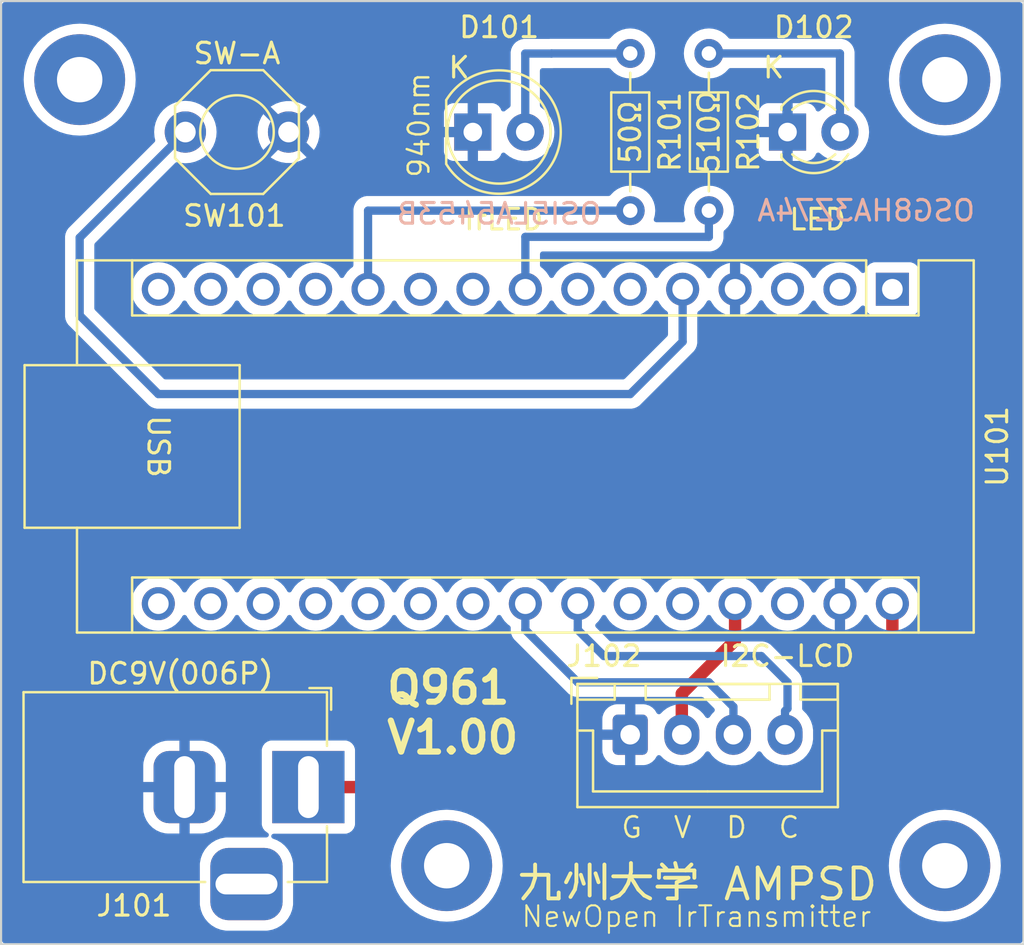
<source format=kicad_pcb>
(kicad_pcb (version 20241229) (generator "pcbnew") (generator_version "9.0")
  (layers (0 "F.Cu" signal) (2 "B.Cu" signal) (13 "F.Paste" user) (15 "B.Paste" user) (5 "F.SilkS" user "F.Silkscreen") (7 "B.SilkS" user "B.Silkscreen") (1 "F.Mask" user) (3 "B.Mask" user) (25 "Edge.Cuts" user))
  (net 0 "")
  (net 1 "Net-(D101-A)")
  (net 2 "GND")
  (net 3 "Net-(D102-A)")
  (net 4 "VCC")
  (net 5 "+5V")
  (net 6 "Net-(U101-D8)")
  (net 7 "Net-(U101-~D5)")
  (net 8 "Net-(U101-D2)")
  (net 30 "Net-(J102-Pin_4)")
  (net 31 "Net-(J102-Pin_3)")
  (footprint "MountingHole:MountingHole_2.2mm_M2_Pad" (layer "F.Cu") (at 149.86 130.81)
    (property "Reference" "REF**" (hide yes))
    (property "Value" "MountingHole_2.2mm_M2_Pad" (hide yes))
    (pad "1" thru_hole circle (at 0 0) (size 4.4 4.4) (drill 2.2) (layers "*.Cu" "*.Mask"))
  )
  (footprint "MountingHole:MountingHole_2.2mm_M2_Pad" (layer "F.Cu") (at 149.86 92.71)
    (property "Reference" "REF**" (hide yes))
    (property "Value" "MountingHole_2.2mm_M2_Pad" (hide yes))
    (pad "1" thru_hole circle (at 0 0) (size 4.4 4.4) (drill 2.2) (layers "*.Cu" "*.Mask"))
  )
  (footprint "Connector_JST:JST_XH_B4B-XH-A_1x04_P2.50mm_Vertical" (layer "F.Cu") (at 134.62 124.46)
    (property "Reference" "J102" (at -1.27 -3.81 0) (layer "F.SilkS"))
    (property "Value" "I2C-LCD" (at 7.62 -3.81 0) (layer "F.SilkS"))
    (fp_line (start -2.85 -2.75) (end -2.85 -1.5) (stroke (width 0.12)) (layer "F.SilkS"))
    (fp_line (start -2.56 -2.46) (end -2.56 3.51) (stroke (width 0.12)) (layer "F.SilkS"))
    (fp_line (start -2.56 3.51) (end 10.06 3.51) (stroke (width 0.12)) (layer "F.SilkS"))
    (fp_line (start -2.55 -2.45) (end -2.55 -1.7) (stroke (width 0.12)) (layer "F.SilkS"))
    (fp_line (start -2.55 -1.7) (end -0.75 -1.7) (stroke (width 0.12)) (layer "F.SilkS"))
    (fp_line (start -2.55 -0.2) (end -1.8 -0.2) (stroke (width 0.12)) (layer "F.SilkS"))
    (fp_line (start -1.8 -0.2) (end -1.8 2.75) (stroke (width 0.12)) (layer "F.SilkS"))
    (fp_line (start -1.8 2.75) (end 3.75 2.75) (stroke (width 0.12)) (layer "F.SilkS"))
    (fp_line (start -1.6 -2.75) (end -2.85 -2.75) (stroke (width 0.12)) (layer "F.SilkS"))
    (fp_line (start -0.75 -2.45) (end -2.55 -2.45) (stroke (width 0.12)) (layer "F.SilkS"))
    (fp_line (start -0.75 -1.7) (end -0.75 -2.45) (stroke (width 0.12)) (layer "F.SilkS"))
    (fp_line (start 0.75 -2.45) (end 0.75 -1.7) (stroke (width 0.12)) (layer "F.SilkS"))
    (fp_line (start 0.75 -1.7) (end 6.75 -1.7) (stroke (width 0.12)) (layer "F.SilkS"))
    (fp_line (start 6.75 -2.45) (end 0.75 -2.45) (stroke (width 0.12)) (layer "F.SilkS"))
    (fp_line (start 6.75 -1.7) (end 6.75 -2.45) (stroke (width 0.12)) (layer "F.SilkS"))
    (fp_line (start 8.25 -2.45) (end 8.25 -1.7) (stroke (width 0.12)) (layer "F.SilkS"))
    (fp_line (start 8.25 -1.7) (end 10.05 -1.7) (stroke (width 0.12)) (layer "F.SilkS"))
    (fp_line (start 9.3 -0.2) (end 9.3 2.75) (stroke (width 0.12)) (layer "F.SilkS"))
    (fp_line (start 9.3 2.75) (end 3.75 2.75) (stroke (width 0.12)) (layer "F.SilkS"))
    (fp_line (start 10.05 -2.45) (end 8.25 -2.45) (stroke (width 0.12)) (layer "F.SilkS"))
    (fp_line (start 10.05 -1.7) (end 10.05 -2.45) (stroke (width 0.12)) (layer "F.SilkS"))
    (fp_line (start 10.05 -0.2) (end 9.3 -0.2) (stroke (width 0.12)) (layer "F.SilkS"))
    (fp_line (start 10.06 -2.46) (end -2.56 -2.46) (stroke (width 0.12)) (layer "F.SilkS"))
    (fp_line (start 10.06 3.51) (end 10.06 -2.46) (stroke (width 0.12)) (layer "F.SilkS"))
    (pad "1" thru_hole roundrect (at 0 0) (size 1.7 1.95) (drill 0.95) (layers "*.Cu" "*.Mask") (roundrect_rratio 0.147059) (net 2 "GND"))
    (pad "2" thru_hole oval (at 2.5 0) (size 1.7 1.95) (drill 0.95) (layers "*.Cu" "*.Mask") (net 5 "+5V"))
    (pad "3" thru_hole oval (at 5 0) (size 1.7 1.95) (drill 0.95) (layers "*.Cu" "*.Mask") (net 31 "Net-(J102-Pin_3)"))
    (pad "4" thru_hole oval (at 7.5 0) (size 1.7 1.95) (drill 0.95) (layers "*.Cu" "*.Mask") (net 30 "Net-(J102-Pin_4)"))
  )
  (footprint "Resistor_THT:R_Axial_DIN0204_L3.6mm_D1.6mm_P7.62mm_Horizontal" (layer "F.Cu") (at 134.62 91.44 -90)
    (property "Reference" "R101" (at 3.81 -1.92 90) (layer "F.SilkS"))
    (property "Value" "50Ω" (at 3.81 0 90) (layer "F.SilkS"))
    (fp_line (start 1.89 0.92) (end 5.73 0.92) (stroke (width 0.12)) (layer "F.SilkS"))
    (fp_line (start 5.73 0.92) (end 5.73 -0.92) (stroke (width 0.12)) (layer "F.SilkS"))
    (fp_line (start 0.94 0) (end 1.89 0) (stroke (width 0.12)) (layer "F.SilkS"))
    (fp_line (start 6.68 0) (end 5.73 0) (stroke (width 0.12)) (layer "F.SilkS"))
    (fp_line (start 1.89 -0.92) (end 1.89 0.92) (stroke (width 0.12)) (layer "F.SilkS"))
    (fp_line (start 5.73 -0.92) (end 1.89 -0.92) (stroke (width 0.12)) (layer "F.SilkS"))
    (pad "1" thru_hole circle (at 0 0 270) (size 1.4 1.4) (drill 0.7) (layers "*.Cu" "*.Mask") (net 1 "Net-(D101-A)"))
    (pad "2" thru_hole oval (at 7.62 0 270) (size 1.4 1.4) (drill 0.7) (layers "*.Cu" "*.Mask") (net 6 "Net-(U101-D8)"))
  )
  (footprint "MountingHole:MountingHole_2.2mm_M2_Pad" (layer "F.Cu") (at 125.73 130.81)
    (property "Reference" "REF**" (hide yes))
    (property "Value" "MountingHole_2.2mm_M2_Pad" (hide yes))
    (pad "1" thru_hole circle (at 0 0) (size 4.4 4.4) (drill 2.2) (layers "*.Cu" "*.Mask"))
  )
  (footprint "Resistor_THT:R_Axial_DIN0204_L3.6mm_D1.6mm_P7.62mm_Horizontal" (layer "F.Cu") (at 138.43 91.44 -90)
    (property "Reference" "R102" (at 3.81 -1.92 90) (layer "F.SilkS"))
    (property "Value" "510Ω" (at 3.81 0 90) (layer "F.SilkS"))
    (fp_line (start 1.89 0.92) (end 5.73 0.92) (stroke (width 0.12)) (layer "F.SilkS"))
    (fp_line (start 5.73 0.92) (end 5.73 -0.92) (stroke (width 0.12)) (layer "F.SilkS"))
    (fp_line (start 0.94 0) (end 1.89 0) (stroke (width 0.12)) (layer "F.SilkS"))
    (fp_line (start 6.68 0) (end 5.73 0) (stroke (width 0.12)) (layer "F.SilkS"))
    (fp_line (start 1.89 -0.92) (end 1.89 0.92) (stroke (width 0.12)) (layer "F.SilkS"))
    (fp_line (start 5.73 -0.92) (end 1.89 -0.92) (stroke (width 0.12)) (layer "F.SilkS"))
    (pad "1" thru_hole circle (at 0 0 270) (size 1.4 1.4) (drill 0.7) (layers "*.Cu" "*.Mask") (net 3 "Net-(D102-A)"))
    (pad "2" thru_hole oval (at 7.62 0 270) (size 1.4 1.4) (drill 0.7) (layers "*.Cu" "*.Mask") (net 7 "Net-(U101-~D5)"))
  )
  (footprint "Module:Arduino_Nano" (layer "F.Cu") (at 147.32 102.87 -90)
    (property "Reference" "U101" (at 7.62 -5.08 90) (layer "F.SilkS"))
    (property "Value" "Arduino_Nano")
    (fp_line (start 3.68 42.04) (end 3.68 31.62) (stroke (width 0.12)) (layer "F.SilkS"))
    (fp_line (start 11.56 42.04) (end 3.68 42.04) (stroke (width 0.12)) (layer "F.SilkS"))
    (fp_line (start -1.4 39.5) (end 3.68 39.5) (stroke (width 0.12)) (layer "F.SilkS"))
    (fp_line (start 16.64 39.5) (end 11.56 39.5) (stroke (width 0.12)) (layer "F.SilkS"))
    (fp_line (start 16.64 39.5) (end 16.64 -3.94) (stroke (width 0.12)) (layer "F.SilkS"))
    (fp_line (start 1.27 36.83) (end -1.4 36.83) (stroke (width 0.12)) (layer "F.SilkS"))
    (fp_line (start 13.97 36.83) (end 16.64 36.83) (stroke (width 0.12)) (layer "F.SilkS"))
    (fp_line (start 3.68 31.62) (end 11.56 31.62) (stroke (width 0.12)) (layer "F.SilkS"))
    (fp_line (start 11.56 31.62) (end 11.56 42.04) (stroke (width 0.12)) (layer "F.SilkS"))
    (fp_line (start -1.4 1.27) (end -1.4 39.5) (stroke (width 0.12)) (layer "F.SilkS"))
    (fp_line (start 1.27 1.27) (end 1.27 36.83) (stroke (width 0.12)) (layer "F.SilkS"))
    (fp_line (start 1.27 1.27) (end -1.4 1.27) (stroke (width 0.12)) (layer "F.SilkS"))
    (fp_line (start 1.27 1.27) (end 1.27 -1.27) (stroke (width 0.12)) (layer "F.SilkS"))
    (fp_line (start 1.27 -1.27) (end -1.4 -1.27) (stroke (width 0.12)) (layer "F.SilkS"))
    (fp_line (start 13.97 -1.27) (end 13.97 36.83) (stroke (width 0.12)) (layer "F.SilkS"))
    (fp_line (start 13.97 -1.27) (end 16.64 -1.27) (stroke (width 0.12)) (layer "F.SilkS"))
    (fp_line (start -1.4 -3.94) (end -1.4 -1.27) (stroke (width 0.12)) (layer "F.SilkS"))
    (fp_line (start 16.64 -3.94) (end -1.4 -3.94) (stroke (width 0.12)) (layer "F.SilkS"))
    (fp_text user "USB" (at 7.62 35.56 270) (layer "F.SilkS"))
    (pad "1" thru_hole rect (at 0 0 270) (size 1.6 1.6) (drill 1) (layers "*.Cu" "*.Mask"))
    (pad "2" thru_hole oval (at 0 2.54 270) (size 1.6 1.6) (drill 1) (layers "*.Cu" "*.Mask"))
    (pad "3" thru_hole oval (at 0 5.08 270) (size 1.6 1.6) (drill 1) (layers "*.Cu" "*.Mask"))
    (pad "4" thru_hole oval (at 0 7.62 270) (size 1.6 1.6) (drill 1) (layers "*.Cu" "*.Mask") (net 2 "GND"))
    (pad "5" thru_hole oval (at 0 10.16 270) (size 1.6 1.6) (drill 1) (layers "*.Cu" "*.Mask") (net 8 "Net-(U101-D2)"))
    (pad "6" thru_hole oval (at 0 12.7 270) (size 1.6 1.6) (drill 1) (layers "*.Cu" "*.Mask"))
    (pad "7" thru_hole oval (at 0 15.24 270) (size 1.6 1.6) (drill 1) (layers "*.Cu" "*.Mask"))
    (pad "8" thru_hole oval (at 0 17.78 270) (size 1.6 1.6) (drill 1) (layers "*.Cu" "*.Mask") (net 7 "Net-(U101-~D5)"))
    (pad "9" thru_hole oval (at 0 20.32 270) (size 1.6 1.6) (drill 1) (layers "*.Cu" "*.Mask"))
    (pad "10" thru_hole oval (at 0 22.86 270) (size 1.6 1.6) (drill 1) (layers "*.Cu" "*.Mask"))
    (pad "11" thru_hole oval (at 0 25.4 270) (size 1.6 1.6) (drill 1) (layers "*.Cu" "*.Mask") (net 6 "Net-(U101-D8)"))
    (pad "12" thru_hole oval (at 0 27.94 270) (size 1.6 1.6) (drill 1) (layers "*.Cu" "*.Mask"))
    (pad "13" thru_hole oval (at 0 30.48 270) (size 1.6 1.6) (drill 1) (layers "*.Cu" "*.Mask"))
    (pad "14" thru_hole oval (at 0 33.02 270) (size 1.6 1.6) (drill 1) (layers "*.Cu" "*.Mask"))
    (pad "15" thru_hole oval (at 0 35.56 270) (size 1.6 1.6) (drill 1) (layers "*.Cu" "*.Mask"))
    (pad "16" thru_hole oval (at 15.24 35.56 270) (size 1.6 1.6) (drill 1) (layers "*.Cu" "*.Mask"))
    (pad "17" thru_hole oval (at 15.24 33.02 270) (size 1.6 1.6) (drill 1) (layers "*.Cu" "*.Mask"))
    (pad "18" thru_hole oval (at 15.24 30.48 270) (size 1.6 1.6) (drill 1) (layers "*.Cu" "*.Mask"))
    (pad "19" thru_hole oval (at 15.24 27.94 270) (size 1.6 1.6) (drill 1) (layers "*.Cu" "*.Mask"))
    (pad "20" thru_hole oval (at 15.24 25.4 270) (size 1.6 1.6) (drill 1) (layers "*.Cu" "*.Mask"))
    (pad "21" thru_hole oval (at 15.24 22.86 270) (size 1.6 1.6) (drill 1) (layers "*.Cu" "*.Mask"))
    (pad "22" thru_hole oval (at 15.24 20.32 270) (size 1.6 1.6) (drill 1) (layers "*.Cu" "*.Mask"))
    (pad "23" thru_hole oval (at 15.24 17.78 270) (size 1.6 1.6) (drill 1) (layers "*.Cu" "*.Mask") (net 31 "Net-(J102-Pin_3)"))
    (pad "24" thru_hole oval (at 15.24 15.24 270) (size 1.6 1.6) (drill 1) (layers "*.Cu" "*.Mask") (net 30 "Net-(J102-Pin_4)"))
    (pad "25" thru_hole oval (at 15.24 12.7 270) (size 1.6 1.6) (drill 1) (layers "*.Cu" "*.Mask"))
    (pad "26" thru_hole oval (at 15.24 10.16 270) (size 1.6 1.6) (drill 1) (layers "*.Cu" "*.Mask"))
    (pad "27" thru_hole oval (at 15.24 7.62 270) (size 1.6 1.6) (drill 1) (layers "*.Cu" "*.Mask") (net 5 "+5V"))
    (pad "28" thru_hole oval (at 15.24 5.08 270) (size 1.6 1.6) (drill 1) (layers "*.Cu" "*.Mask"))
    (pad "29" thru_hole oval (at 15.24 2.54 270) (size 1.6 1.6) (drill 1) (layers "*.Cu" "*.Mask") (net 2 "GND"))
    (pad "30" thru_hole oval (at 15.24 0 270) (size 1.6 1.6) (drill 1) (layers "*.Cu" "*.Mask") (net 4 "VCC"))
  )
  (footprint "MountingHole:MountingHole_2.2mm_M2_Pad" (layer "F.Cu") (at 107.95 92.71)
    (property "Reference" "REF**" (hide yes))
    (property "Value" "MountingHole_2.2mm_M2_Pad" (hide yes))
    (pad "1" thru_hole circle (at 0 0) (size 4.4 4.4) (drill 2.2) (layers "*.Cu" "*.Mask"))
  )
  (footprint "LED_THT:LED_D5.0mm" (layer "F.Cu") (at 126.995 95.25)
    (property "Reference" "D101" (at 1.275 -5.08 0) (layer "F.SilkS"))
    (property "Value" "OSI5LA5453B" (at 1.27 3.96 0) (layer "B.SilkS") (effects (justify mirror)))
    (fp_line (start -1.29 -1.545) (end -1.29 1.545) (stroke (width 0.12)) (layer "F.SilkS"))
    (fp_arc (start -1.29 -1.54483) (mid 2.072002 -2.880433) (end 4.26 0.000462) (stroke (width 0.12)) (layer "F.SilkS"))
    (fp_arc (start 4.26 -0.000462) (mid 2.072002 2.880433) (end -1.29 1.54483) (stroke (width 0.12)) (layer "F.SilkS"))
    (fp_circle (center 1.27 0) (end 3.77 0) (stroke (width 0.12)) (fill no) (layer "F.SilkS"))
    (pad "1" thru_hole rect (at 0 0) (size 1.8 1.8) (drill 0.9) (layers "*.Cu" "*.Mask") (net 2 "GND"))
    (pad "2" thru_hole circle (at 2.54 0) (size 1.8 1.8) (drill 0.9) (layers "*.Cu" "*.Mask") (net 1 "Net-(D101-A)"))
  )
  (footprint "HOLLY2:TVDT18-050" (layer "F.Cu") (at 115.57 95.25 180)
    (property "Reference" "SW101" (at 0.127 -4.064 0) (layer "F.SilkS"))
    (property "Value" "SW-A" (at 0 3.81 0) (layer "F.SilkS"))
    (fp_line (start 3 1.27) (end 3 -1.27) (stroke (width 0.12)) (layer "F.SilkS"))
    (fp_line (start 3 -1.27) (end 1.27 -3) (stroke (width 0.12)) (layer "F.SilkS"))
    (fp_line (start 1.27 3) (end 3 1.27) (stroke (width 0.12)) (layer "F.SilkS"))
    (fp_line (start 1.27 -3) (end -1.27 -3) (stroke (width 0.12)) (layer "F.SilkS"))
    (fp_line (start -1.27 3) (end 1.27 3) (stroke (width 0.12)) (layer "F.SilkS"))
    (fp_line (start -1.27 -3) (end -3 -1.27) (stroke (width 0.12)) (layer "F.SilkS"))
    (fp_line (start -3 1.27) (end -1.27 3) (stroke (width 0.12)) (layer "F.SilkS"))
    (fp_line (start -3 -1.27) (end -3 1.27) (stroke (width 0.12)) (layer "F.SilkS"))
    (fp_circle (center 0 0) (end 0.127 1.778) (stroke (width 0.12)) (fill no) (layer "F.SilkS"))
    (pad "1" thru_hole circle (at -2.5 0 180) (size 2 2) (drill 1) (layers "*.Cu" "*.Mask") (net 2 "GND"))
    (pad "2" thru_hole circle (at 2.5 0 180) (size 2 2) (drill 1) (layers "*.Cu" "*.Mask") (net 8 "Net-(U101-D2)"))
  )
  (footprint "Connector_BarrelJack:BarrelJack_Horizontal" (layer "F.Cu") (at 119.03 127)
    (property "Reference" "J101" (at -8.45 5.75 0) (layer "F.SilkS"))
    (property "Value" "DC9V(006P)" (at -6.2 -5.5 0) (layer "F.SilkS"))
    (fp_line (start -13.8 -4.6) (end 0.9 -4.6) (stroke (width 0.12)) (layer "F.SilkS"))
    (fp_line (start -13.8 4.6) (end -13.8 -4.6) (stroke (width 0.12)) (layer "F.SilkS"))
    (fp_line (start -5 4.6) (end -13.8 4.6) (stroke (width 0.12)) (layer "F.SilkS"))
    (fp_line (start 0.05 -4.8) (end 1.1 -4.8) (stroke (width 0.12)) (layer "F.SilkS"))
    (fp_line (start 0.9 -4.6) (end 0.9 -2) (stroke (width 0.12)) (layer "F.SilkS"))
    (fp_line (start 0.9 1.9) (end 0.9 4.6) (stroke (width 0.12)) (layer "F.SilkS"))
    (fp_line (start 0.9 4.6) (end -1 4.6) (stroke (width 0.12)) (layer "F.SilkS"))
    (fp_line (start 1.1 -3.75) (end 1.1 -4.8) (stroke (width 0.12)) (layer "F.SilkS"))
    (pad "1" thru_hole rect (at 0 0) (size 3.5 3.5) (drill oval 1 3) (layers "*.Cu" "*.Mask") (net 4 "VCC"))
    (pad "2" thru_hole roundrect (at -6 0) (size 3 3.5) (drill oval 1 3) (layers "*.Cu" "*.Mask") (net 2 "GND"))
    (pad "3" thru_hole roundrect (at -3 4.7) (size 3.5 3.5) (drill oval 3 1) (layers "*.Cu" "*.Mask"))
  )
  (footprint "LED_THT:LED_D3.0mm" (layer "F.Cu") (at 142.24 95.25)
    (property "Reference" "D102" (at 1.27 -5.08 0) (layer "F.SilkS"))
    (property "Value" "OSG8HA3Z74A" (at 3.81 3.81 0) (layer "B.SilkS") (effects (justify mirror)))
    (fp_line (start -0.29 -1.236) (end -0.29 -1.08) (stroke (width 0.12)) (layer "F.SilkS"))
    (fp_line (start -0.29 1.08) (end -0.29 1.236) (stroke (width 0.12)) (layer "F.SilkS"))
    (fp_arc (start -0.29 -1.235516) (mid 1.366487 -1.987659) (end 2.942335 -1.078608) (stroke (width 0.12)) (layer "F.SilkS"))
    (fp_arc (start 0.229039 -1.08) (mid 1.270117 -1.5) (end 2.31113 -1.079837) (stroke (width 0.12)) (layer "F.SilkS"))
    (fp_arc (start 2.31113 1.079837) (mid 1.270117 1.5) (end 0.229039 1.08) (stroke (width 0.12)) (layer "F.SilkS"))
    (fp_arc (start 2.942335 1.078608) (mid 1.366487 1.987659) (end -0.29 1.235516) (stroke (width 0.12)) (layer "F.SilkS"))
    (pad "1" thru_hole rect (at 0 0) (size 1.8 1.8) (drill 0.9) (layers "*.Cu" "*.Mask") (net 2 "GND"))
    (pad "2" thru_hole circle (at 2.54 0) (size 1.8 1.8) (drill 0.9) (layers "*.Cu" "*.Mask") (net 3 "Net-(D102-A)"))
  )
  (gr_rect (start 104.14 88.9) (end 153.67 134.62) (stroke (width 0.1)) (fill no) (layer "Edge.Cuts"))
  (gr_text "IrLED" (at 126.492 100.076 0) (layer "F.SilkS") (effects (font (size 1 1)) (justify left bottom)))
  (gr_text "C" (at 141.732 129.54 0) (layer "F.SilkS") (effects (font (size 1 1) (thickness 0.12)) (justify left bottom)))
  (gr_text "Q961\nV1.00" (at 122.682 125.476 0) (layer "F.SilkS") (effects (font (size 1.5 1.5) (thickness 0.3) (bold yes)) (justify left bottom)))
  (gr_text "V" (at 136.652 129.54 0) (layer "F.SilkS") (effects (font (size 1 1) (thickness 0.12)) (justify left bottom)))
  (gr_text "D" (at 139.192 129.54 0) (layer "F.SilkS") (effects (font (size 1 1) (thickness 0.12)) (justify left bottom)))
  (gr_text "LED" (at 142.24 100.076 0) (layer "F.SilkS") (effects (font (size 1 1)) (justify left bottom)))
  (gr_text "NewOpen IrTransmitter" (at 129.286 133.858 0) (layer "F.SilkS") (effects (font (size 1 1) (thickness 0.1)) (justify left bottom)))
  (gr_text "K" (at 140.97 92.71 0) (layer "F.SilkS") (effects (font (size 1 1)) (justify left bottom)))
  (gr_text "九州大学 AMPSD" (at 129.032 132.588 0) (layer "F.SilkS") (effects (font (size 1.5 1.5) (thickness 0.1875)) (justify left bottom)))
  (gr_text "G" (at 134.112 129.54 0) (layer "F.SilkS") (effects (font (size 1 1) (thickness 0.12)) (justify left bottom)))
  (gr_text "940nm" (at 124.968 97.536 90) (layer "F.SilkS") (effects (font (size 1 1) (thickness 0.12)) (justify left bottom)))
  (gr_text "K" (at 125.73 92.71 0) (layer "F.SilkS") (effects (font (size 1 1)) (justify left bottom)))
  (segment (start 130.81 91.44) (end 134.62 91.44) (width 0.4) (layer "B.Cu") (net 1))
  (segment (start 130.805 91.445) (end 130.81 91.44) (width 0.4) (layer "B.Cu") (net 1))
  (segment (start 129.535 95.25) (end 129.535 91.445) (width 0.4) (layer "B.Cu") (net 1))
  (segment (start 129.535 91.445) (end 130.805 91.445) (width 0.4) (layer "B.Cu") (net 1))
  (segment (start 144.78 91.44) (end 144.78 95.25) (width 0.4) (layer "B.Cu") (net 3))
  (segment (start 138.43 91.44) (end 144.78 91.44) (width 0.4) (layer "B.Cu") (net 3))
  (segment (start 143.256 127) (end 147.32 122.936) (width 0.6) (layer "F.Cu") (net 4))
  (segment (start 147.32 122.936) (end 147.32 118.11) (width 0.6) (layer "F.Cu") (net 4))
  (segment (start 119.03 127) (end 143.256 127) (width 0.6) (layer "F.Cu") (net 4))
  (segment (start 139.7 119.888) (end 137.12 122.468) (width 0.6) (layer "F.Cu") (net 5))
  (segment (start 137.12 122.468) (end 137.12 124.46) (width 0.6) (layer "F.Cu") (net 5))
  (segment (start 139.7 118.11) (end 139.7 119.888) (width 0.6) (layer "F.Cu") (net 5))
  (segment (start 134.62 99.06) (end 121.92 99.06) (width 0.4) (layer "B.Cu") (net 6))
  (segment (start 121.92 99.06) (end 121.92 102.87) (width 0.4) (layer "B.Cu") (net 6))
  (segment (start 138.43 100.33) (end 129.54 100.33) (width 0.4) (layer "B.Cu") (net 7))
  (segment (start 129.54 100.33) (end 129.54 102.87) (width 0.4) (layer "B.Cu") (net 7))
  (segment (start 138.43 99.06) (end 138.43 100.33) (width 0.4) (layer "B.Cu") (net 7))
  (segment (start 107.95 100.37) (end 107.95 104.14) (width 0.4) (layer "B.Cu") (net 8))
  (segment (start 134.62 107.95) (end 137.16 105.41) (width 0.4) (layer "B.Cu") (net 8))
  (segment (start 111.76 107.95) (end 134.62 107.95) (width 0.4) (layer "B.Cu") (net 8))
  (segment (start 107.95 104.14) (end 111.76 107.95) (width 0.4) (layer "B.Cu") (net 8))
  (segment (start 137.16 105.41) (end 137.16 102.87) (width 0.4) (layer "B.Cu") (net 8))
  (segment (start 113.07 95.25) (end 107.95 100.37) (width 0.4) (layer "B.Cu") (net 8))
  (segment (start 142.24 121.92) (end 142.24 123.19) (width 0.4) (layer "B.Cu") (net 30))
  (segment (start 133.35 120.65) (end 140.97 120.65) (width 0.4) (layer "B.Cu") (net 30))
  (segment (start 140.97 120.65) (end 142.24 121.92) (width 0.4) (layer "B.Cu") (net 30))
  (segment (start 142.24 123.19) (end 142.12 123.31) (width 0.4) (layer "B.Cu") (net 30))
  (segment (start 132.08 119.38) (end 133.35 120.65) (width 0.4) (layer "B.Cu") (net 30))
  (segment (start 132.08 118.11) (end 132.08 119.38) (width 0.4) (layer "B.Cu") (net 30))
  (segment (start 142.12 123.31) (end 142.12 124.46) (width 0.4) (layer "B.Cu") (net 30))
  (segment (start 138.43 121.92) (end 139.62 123.11) (width 0.4) (layer "B.Cu") (net 31))
  (segment (start 139.62 123.11) (end 139.62 124.46) (width 0.4) (layer "B.Cu") (net 31))
  (segment (start 129.54 118.11) (end 129.54 119.38) (width 0.4) (layer "B.Cu") (net 31))
  (segment (start 132.08 121.92) (end 138.43 121.92) (width 0.4) (layer "B.Cu") (net 31))
  (segment (start 129.54 119.38) (end 132.08 121.92) (width 0.4) (layer "B.Cu") (net 31))
  (zone (net 2) (net_name "GND") (layer "B.Cu") (connect_pads (clearance 0.508)) (min_thickness 0.25) (fill yes (thermal_gap 0.5) (thermal_bridge_width 0.5))
    (polygon (pts (xy 153.67 88.9) (xy 153.67 134.62) (xy 104.14 134.62) (xy 104.14 88.9)))
  )
)
</source>
